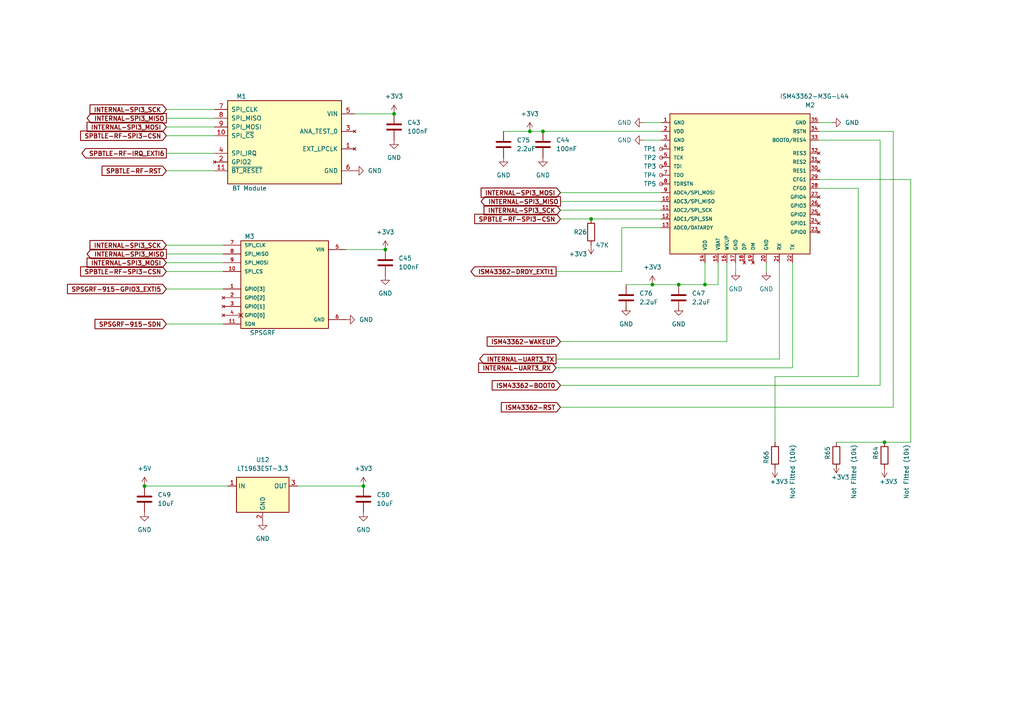
<source format=kicad_sch>
(kicad_sch (version 20211123) (generator eeschema)
  (paper "A4")
  (lib_symbols
    (symbol "+3V3_1" (power) (pin_names (offset 0))
      (property "Value" "+3V3_1" (at 0 5.08 0))
      (symbol "+3V3_1_0_1"
        (polyline (pts (xy -0.762 1.27) (xy 0 2.54)))
        (polyline (pts (xy 0 0) (xy 0 2.54)))
        (polyline (pts (xy 0 2.54) (xy 0.762 1.27)))
      )
      (symbol "+3V3_1_1_1"
        (pin power_in line (at 0 0 90) (length 0) hide (name "+3V3") (number "1"))
      )
    )
    (symbol "Connector:TestPoint_Small" (pin_numbers hide) (pin_names (offset 0.762) hide)
      (property "Reference" "TP" (at 0 3.81 0))
      (property "Value" "TestPoint_Small" (at 0 2.032 0))
      (symbol "TestPoint_Small_0_1"
        (circle (center 0 0) (radius 0.508))
      )
      (symbol "TestPoint_Small_1_1"
        (pin passive line (at 0 0 90) (length 0) (name "1") (number "1"))
      )
    )
    (symbol "Device:C" (pin_numbers hide) (pin_names (offset 0.254))
      (property "Reference" "C" (at 0.635 2.54 0))
      (property "Value" "C" (at 0.635 -2.54 0))
      (symbol "C_0_1"
        (polyline (pts (xy -2.032 -0.762) (xy 2.032 -0.762)) (stroke (width 0.508)))
        (polyline (pts (xy -2.032 0.762) (xy 2.032 0.762)) (stroke (width 0.508)))
      )
      (symbol "C_1_1"
        (pin passive line (at 0 3.81 270) (length 2.794) (name "~") (number "1"))
        (pin passive line (at 0 -3.81 90) (length 2.794) (name "~") (number "2"))
      )
    )
    (symbol "Device:R" (pin_numbers hide) (pin_names (offset 0))
      (property "Reference" "R" (at 2.032 0 90))
      (property "Value" "R" (at 0 0 90))
      (symbol "R_0_1"
        (rectangle (start -1.016 -2.54) (end 1.016 2.54) (stroke (width 0.254)))
      )
      (symbol "R_1_1"
        (pin passive line (at 0 3.81 270) (length 1.27) (name "~") (number "1"))
        (pin passive line (at 0 -3.81 90) (length 1.27) (name "~") (number "2"))
      )
    )
    (symbol "ISM43362-M3G-L44-E_C2.5.0.3_SPI:ISM43362-M3G-L44-E_C2.5.0.3_SPI" (pin_names (offset 1.016))
      (property "Reference" "M2" (at 20.32 27.94 0))
      (property "Value" "ISM43362-M3G-L44" (at 21.59 30.48 0))
      (symbol "ISM43362-M3G-L44-E_C2.5.0.3_SPI_0_0"
        (rectangle (start -20.32 25.4) (end 20.32 -15.24) (stroke (width 0.254)) (fill (type background)))
        (pin power_in line (at -22.86 22.86 0) (length 2.54) (name "GND") (number "1"))
        (pin output line (at -22.86 0 0) (length 2.54) (name "ADC3/SPI_MISO") (number "10"))
        (pin bidirectional line (at -22.86 -2.54 0) (length 2.54) (name "ADC2/SPI_SCK") (number "11"))
        (pin bidirectional line (at -22.86 -5.08 0) (length 2.54) (name "ADC1/SPI_SSN") (number "12"))
        (pin bidirectional line (at -22.86 -7.62 0) (length 2.54) (name "ADC0/DATARDY") (number "13"))
        (pin power_in line (at -10.16 -17.78 90) (length 2.54) (name "VDD") (number "14"))
        (pin power_in line (at -6.35 -17.78 90) (length 2.54) (name "VBAT") (number "15"))
        (pin input line (at -3.81 -17.78 90) (length 2.54) (name "WKUP") (number "16"))
        (pin power_in line (at -1.27 -17.78 90) (length 2.54) (name "GND") (number "17"))
        (pin no_connect line (at 1.27 -17.78 90) (length 2.54) (name "DP") (number "18"))
        (pin no_connect line (at 3.81 -17.78 90) (length 2.54) (name "DM") (number "19"))
        (pin power_in line (at -22.86 20.32 0) (length 2.54) (name "VDD") (number "2"))
        (pin power_in line (at 7.62 -17.78 90) (length 2.54) (name "GND") (number "20"))
        (pin bidirectional line (at 11.43 -17.78 90) (length 2.54) (name "RX") (number "21"))
        (pin bidirectional line (at 15.24 -17.78 90) (length 2.54) (name "TX") (number "22"))
        (pin no_connect line (at 22.86 -8.89 180) (length 2.54) (name "GPIO0") (number "23"))
        (pin no_connect line (at 22.86 -6.35 180) (length 2.54) (name "GPIO1") (number "24"))
        (pin no_connect line (at 22.86 -3.81 180) (length 2.54) (name "GPIO2") (number "25"))
        (pin no_connect line (at 22.86 -1.27 180) (length 2.54) (name "GPIO3") (number "26"))
        (pin no_connect line (at 22.86 1.27 180) (length 2.54) (name "GPIO4") (number "27"))
        (pin input line (at 22.86 3.81 180) (length 2.54) (name "CFG0") (number "28"))
        (pin input line (at 22.86 6.35 180) (length 2.54) (name "CFG1") (number "29"))
        (pin power_in line (at -22.86 17.78 0) (length 2.54) (name "GND") (number "3"))
        (pin no_connect line (at 22.86 8.89 180) (length 2.54) (name "RES1") (number "30"))
        (pin no_connect line (at 22.86 11.43 180) (length 2.54) (name "RES2") (number "31"))
        (pin no_connect line (at 22.86 13.97 180) (length 2.54) (name "RES3") (number "32"))
        (pin bidirectional line (at 22.86 17.78 180) (length 2.54) (name "BOOT0/RES4") (number "33"))
        (pin input line (at 22.86 20.32 180) (length 2.54) (name "RSTN") (number "34"))
        (pin power_in line (at 22.86 22.86 180) (length 2.54) (name "GND") (number "35"))
        (pin bidirectional line (at -22.86 15.24 0) (length 2.54) (name "TMS") (number "4"))
        (pin input line (at -22.86 12.7 0) (length 2.54) (name "TCK") (number "5"))
        (pin input line (at -22.86 10.16 0) (length 2.54) (name "TDI") (number "6"))
        (pin output line (at -22.86 7.62 0) (length 2.54) (name "TDO") (number "7"))
        (pin bidirectional line (at -22.86 5.08 0) (length 2.54) (name "TDRSTN") (number "8"))
        (pin bidirectional line (at -22.86 2.54 0) (length 2.54) (name "ADC4/SPI_MOSI") (number "9"))
      )
    )
    (symbol "RF_Bluetooth:SPBTLE-RF" (pin_names (offset 1.016))
      (property "Reference" "M1" (at -13.97 10.16 0))
      (property "Value" "BT Module" (at -15.24 -16.51 0))
      (symbol "SPBTLE-RF_0_1"
        (rectangle (start -16.51 8.89) (end 16.51 -15.24) (stroke (width 0.254)) (fill (type background)))
      )
      (symbol "SPBTLE-RF_1_1"
        (pin no_connect line (at 20.32 -5.08 180) (length 3.81) (name "EXT_LPCLK") (number "1"))
        (pin input line (at -20.32 -1.27 0) (length 3.81) (name "SPI_~{CS}") (number "10"))
        (pin input line (at -20.32 -11.43 0) (length 3.81) (name "~{BT_RESET}") (number "11"))
        (pin no_connect line (at -20.32 -8.89 0) (length 3.81) (name "GPIO2") (number "2"))
        (pin no_connect line (at 20.32 0 180) (length 3.81) (name "ANA_TEST_0") (number "3"))
        (pin output line (at -20.32 -6.35 0) (length 3.81) (name "SPI_IRQ") (number "4"))
        (pin power_in line (at 20.32 5.08 180) (length 3.81) (name "VIN") (number "5"))
        (pin power_in line (at 20.32 -11.43 180) (length 3.81) (name "GND") (number "6"))
        (pin input line (at -20.32 6.35 0) (length 3.81) (name "SPI_CLK") (number "7"))
        (pin output line (at -20.32 3.81 0) (length 3.81) (name "SPI_MISO") (number "8"))
        (pin input line (at -20.32 1.27 0) (length 3.81) (name "SPI_MOSI") (number "9"))
      )
    )
    (symbol "Regulator_Linear:LT1963AxST-3.3"
      (property "Reference" "U12" (at 0 10.16 0))
      (property "Value" "LT1963EST-3.3" (at 0 7.62 0))
      (symbol "LT1963AxST-3.3_0_1"
        (rectangle (start -7.62 5.08) (end 7.62 -5.08) (stroke (width 0.254)) (fill (type background)))
      )
      (symbol "LT1963AxST-3.3_1_1"
        (pin power_in line (at -10.16 2.54 0) (length 2.54) (name "IN") (number "1"))
        (pin power_in line (at 0 -7.62 90) (length 2.54) (name "GND") (number "2"))
        (pin passive line (at 10.16 2.54 180) (length 2.54) (name "OUT") (number "3"))
      )
    )
    (symbol "SPSGRF-868:SPSGRF-868" (pin_names (offset 1.016))
      (property "Reference" "M3" (at -10.16 13.97 0))
      (property "Value" "SPSGRF" (at -6.35 -13.97 0))
      (symbol "SPSGRF-868_0_0"
        (rectangle (start -12.7 -12.7) (end 12.7 12.7) (stroke (width 0.254)) (fill (type background)))
        (pin bidirectional line (at -17.78 -1.27 0) (length 5.08) (name "GPIO[3]") (number "1"))
        (pin input line (at -17.78 3.81 0) (length 5.08) (name "SPI_CS") (number "10"))
        (pin input line (at -17.78 -11.43 0) (length 5.08) (name "SDN") (number "11"))
        (pin no_connect line (at -17.78 -3.81 0) (length 5.08) (name "GPIO[2]") (number "2"))
        (pin no_connect line (at -17.78 -6.35 0) (length 5.08) (name "GPIO[1]") (number "3"))
        (pin no_connect non_logic (at -17.78 -8.89 0) (length 5.08) (name "GPIO[0]") (number "4"))
        (pin power_in line (at 17.78 10.16 180) (length 5.08) (name "VIN") (number "5"))
        (pin power_in line (at 17.78 -10.16 180) (length 5.08) (name "GND") (number "6"))
        (pin input line (at -17.78 11.43 0) (length 5.08) (name "SPI_CLK") (number "7"))
        (pin output line (at -17.78 8.89 0) (length 5.08) (name "SPI_MISO") (number "8"))
        (pin input line (at -17.78 6.35 0) (length 5.08) (name "SPI_MOSI") (number "9"))
      )
    )
    (symbol "power:+3V3" (power) (pin_names (offset 0))
      (property "Value" "+3V3" (at 0 3.556 0))
      (symbol "+3V3_0_1"
        (polyline (pts (xy -0.762 1.27) (xy 0 2.54)))
        (polyline (pts (xy 0 0) (xy 0 2.54)))
        (polyline (pts (xy 0 2.54) (xy 0.762 1.27)))
      )
      (symbol "+3V3_1_1"
        (pin power_in line (at 0 0 90) (length 0) hide (name "+3V3") (number "1"))
      )
    )
    (symbol "power:+5V" (power) (pin_names (offset 0))
      (property "Value" "+5V" (at 0 3.556 0))
      (symbol "+5V_0_1"
        (polyline (pts (xy -0.762 1.27) (xy 0 2.54)))
        (polyline (pts (xy 0 0) (xy 0 2.54)))
        (polyline (pts (xy 0 2.54) (xy 0.762 1.27)))
      )
      (symbol "+5V_1_1"
        (pin power_in line (at 0 0 90) (length 0) hide (name "+5V") (number "1"))
      )
    )
    (symbol "power:GND" (power) (pin_names (offset 0))
      (property "Value" "GND" (at 0 -3.81 0))
      (symbol "GND_0_1"
        (polyline (pts (xy 0 0) (xy 0 -1.27) (xy 1.27 -1.27) (xy 0 -2.54) (xy -1.27 -1.27) (xy 0 -1.27)))
      )
      (symbol "GND_1_1"
        (pin power_in line (at 0 0 270) (length 0) hide (name "GND") (number "1"))
      )
    )
  )
  (junction (at 153.67 38.1))
  (junction (at 111.76 72.39))
  (junction (at 114.3 33.02))
  (junction (at 105.41 140.97))
  (junction (at 256.54 128.27))
  (junction (at 171.45 63.5))
  (junction (at 196.85 82.55))
  (junction (at 204.47 82.55))
  (junction (at 189.23 82.55))
  (junction (at 157.48 38.1))
  (junction (at 41.91 140.97))
  (wire (pts (xy 222.25 78.74) (xy 222.25 76.2)))
  (wire (pts (xy 229.87 106.68) (xy 161.29 106.68)))
  (wire (pts (xy 196.85 82.55) (xy 204.47 82.55)))
  (wire (pts (xy 242.57 135.89) (xy 242.57 134.62)))
  (wire (pts (xy 255.27 111.76) (xy 162.56 111.76)))
  (wire (pts (xy 157.48 38.1) (xy 191.77 38.1)))
  (wire (pts (xy 146.05 38.1) (xy 153.67 38.1)))
  (wire (pts (xy 248.92 54.61) (xy 248.92 109.22)))
  (wire (pts (xy 256.54 128.27) (xy 264.16 128.27)))
  (wire (pts (xy 162.56 58.42) (xy 191.77 58.42)))
  (wire (pts (xy 196.85 88.9) (xy 196.85 90.17)))
  (wire (pts (xy 41.91 140.97) (xy 66.04 140.97)))
  (wire (pts (xy 237.49 52.07) (xy 264.16 52.07)))
  (wire (pts (xy 204.47 82.55) (xy 208.28 82.55)))
  (wire (pts (xy 237.49 40.64) (xy 255.27 40.64)))
  (wire (pts (xy 48.26 39.37) (xy 62.23 39.37)))
  (wire (pts (xy 102.87 33.02) (xy 114.3 33.02)))
  (wire (pts (xy 180.34 66.04) (xy 180.34 78.74)))
  (wire (pts (xy 224.79 109.22) (xy 224.79 128.27)))
  (wire (pts (xy 264.16 52.07) (xy 264.16 128.27)))
  (wire (pts (xy 162.56 99.06) (xy 210.82 99.06)))
  (wire (pts (xy 162.56 63.5) (xy 171.45 63.5)))
  (wire (pts (xy 161.29 78.74) (xy 180.34 78.74)))
  (wire (pts (xy 242.57 128.27) (xy 256.54 128.27)))
  (wire (pts (xy 259.08 38.1) (xy 259.08 118.11)))
  (wire (pts (xy 48.26 44.45) (xy 62.23 44.45)))
  (wire (pts (xy 48.26 71.12) (xy 64.77 71.12)))
  (wire (pts (xy 208.28 76.2) (xy 208.28 82.55)))
  (wire (pts (xy 48.26 83.82) (xy 64.77 83.82)))
  (wire (pts (xy 186.69 35.56) (xy 191.77 35.56)))
  (wire (pts (xy 153.67 38.1) (xy 157.48 38.1)))
  (wire (pts (xy 181.61 82.55) (xy 189.23 82.55)))
  (wire (pts (xy 161.29 104.14) (xy 226.06 104.14)))
  (wire (pts (xy 48.26 49.53) (xy 62.23 49.53)))
  (wire (pts (xy 237.49 38.1) (xy 259.08 38.1)))
  (wire (pts (xy 48.26 34.29) (xy 62.23 34.29)))
  (wire (pts (xy 48.26 73.66) (xy 64.77 73.66)))
  (wire (pts (xy 48.26 36.83) (xy 62.23 36.83)))
  (wire (pts (xy 213.36 78.74) (xy 213.36 76.2)))
  (wire (pts (xy 100.33 72.39) (xy 111.76 72.39)))
  (wire (pts (xy 48.26 31.75) (xy 62.23 31.75)))
  (wire (pts (xy 48.26 76.2) (xy 64.77 76.2)))
  (wire (pts (xy 189.23 82.55) (xy 196.85 82.55)))
  (wire (pts (xy 162.56 55.88) (xy 191.77 55.88)))
  (wire (pts (xy 204.47 76.2) (xy 204.47 82.55)))
  (wire (pts (xy 210.82 76.2) (xy 210.82 99.06)))
  (wire (pts (xy 48.26 78.74) (xy 64.77 78.74)))
  (wire (pts (xy 255.27 40.64) (xy 255.27 111.76)))
  (wire (pts (xy 162.56 118.11) (xy 259.08 118.11)))
  (wire (pts (xy 226.06 76.2) (xy 226.06 104.14)))
  (wire (pts (xy 181.61 88.9) (xy 181.61 90.17)))
  (wire (pts (xy 241.3 35.56) (xy 237.49 35.56)))
  (wire (pts (xy 86.36 140.97) (xy 105.41 140.97)))
  (wire (pts (xy 180.34 66.04) (xy 191.77 66.04)))
  (wire (pts (xy 237.49 54.61) (xy 248.92 54.61)))
  (wire (pts (xy 162.56 60.96) (xy 191.77 60.96)))
  (wire (pts (xy 248.92 109.22) (xy 224.79 109.22)))
  (wire (pts (xy 171.45 63.5) (xy 191.77 63.5)))
  (wire (pts (xy 48.26 93.98) (xy 64.77 93.98)))
  (wire (pts (xy 229.87 76.2) (xy 229.87 106.68)))
  (wire (pts (xy 186.69 40.64) (xy 191.77 40.64)))
  (global_label "ISM43362-WAKEUP" (shape input) (at 162.56 99.06 180) (effects (font (thickness 0.254) bold)) (property "Intersheet References" "${INTERSHEET_REFS}" (effects hide)))
  (global_label "INTERNAL-SPI3_SCK" (shape input) (at 48.26 71.12 180) (effects (font (thickness 0.254) bold)) (property "Intersheet References" "${INTERSHEET_REFS}" (effects hide)))
  (global_label "INTERNAL-SPI3_MISO" (shape output) (at 48.26 73.66 180) (effects (font bold)) (property "Intersheet References" "${INTERSHEET_REFS}" (effects hide)))
  (global_label "INTERNAL-SPI3_MOSI" (shape input) (at 162.56 55.88 180) (effects (font (thickness 0.254) bold)) (property "Intersheet References" "${INTERSHEET_REFS}" (effects hide)))
  (global_label "INTERNAL-SPI3_MOSI" (shape input) (at 48.26 36.83 180) (effects (font (thickness 0.254) bold)) (property "Intersheet References" "${INTERSHEET_REFS}" (effects hide)))
  (global_label "SPSGRF-915-SDN" (shape input) (at 48.26 93.98 180) (effects (font (thickness 0.254) bold)) (property "Intersheet References" "${INTERSHEET_REFS}" (effects hide)))
  (global_label "SPBTLE-RF-SPI3-CSN" (shape input) (at 162.56 63.5 180) (effects (font (thickness 0.254) bold)) (property "Intersheet References" "${INTERSHEET_REFS}" (effects hide)))
  (global_label "SPBTLE-RF-RST" (shape input) (at 48.26 49.53 180) (effects (font (thickness 0.254) bold)) (property "Intersheet References" "${INTERSHEET_REFS}" (effects hide)))
  (global_label "INTERNAL-SPI3_SCK" (shape input) (at 48.26 31.75 180) (effects (font (thickness 0.254) bold)) (property "Intersheet References" "${INTERSHEET_REFS}" (effects hide)))
  (global_label "SPBTLE-RF-SPI3-CSN" (shape input) (at 48.26 78.74 180) (effects (font (thickness 0.254) bold)) (property "Intersheet References" "${INTERSHEET_REFS}" (effects hide)))
  (global_label "ISM43362-RST" (shape input) (at 162.56 118.11 180) (effects (font (thickness 0.254) bold)) (property "Intersheet References" "${INTERSHEET_REFS}" (effects hide)))
  (global_label "INTERNAL-SPI3_MISO" (shape output) (at 48.26 34.29 180) (effects (font (thickness 0.254) bold)) (property "Intersheet References" "${INTERSHEET_REFS}" (effects hide)))
  (global_label "INTERNAL-SPI3_MISO" (shape output) (at 162.56 58.42 180) (effects (font (thickness 0.254) bold)) (property "Intersheet References" "${INTERSHEET_REFS}" (effects hide)))
  (global_label "INTERNAL-SPI3_MOSI" (shape input) (at 48.26 76.2 180) (effects (font (thickness 0.254) bold)) (property "Intersheet References" "${INTERSHEET_REFS}" (effects hide)))
  (global_label "INTERNAL-UART3_RX" (shape input) (at 161.29 106.68 180) (effects (font (thickness 0.254) bold)) (property "Intersheet References" "${INTERSHEET_REFS}" (effects hide)))
  (global_label "SPSGRF-915-GPIO3_EXTI5" (shape input) (at 48.26 83.82 180) (effects (font (thickness 0.254) bold)) (property "Intersheet References" "${INTERSHEET_REFS}" (effects hide)))
  (global_label "INTERNAL-SPI3_SCK" (shape input) (at 162.56 60.96 180) (effects (font (thickness 0.254) bold)) (property "Intersheet References" "${INTERSHEET_REFS}" (effects hide)))
  (global_label "ISM43362-BOOT0" (shape input) (at 162.56 111.76 180) (effects (font (thickness 0.254) bold)) (property "Intersheet References" "${INTERSHEET_REFS}" (effects hide)))
  (global_label "SPBTLE-RF-SPI3-CSN" (shape input) (at 48.26 39.37 180) (effects (font (thickness 0.254) bold)) (property "Intersheet References" "${INTERSHEET_REFS}" (effects hide)))
  (global_label "INTERNAL-UART3_TX" (shape output) (at 161.29 104.14 180) (effects (font (thickness 0.254) bold)) (property "Intersheet References" "${INTERSHEET_REFS}" (effects hide)))
  (global_label "ISM43362-DRDY_EXTI1" (shape output) (at 161.29 78.74 180) (effects (font (thickness 0.254) bold)) (property "Intersheet References" "${INTERSHEET_REFS}" (effects hide)))
  (global_label "SPBTLE-RF-IRQ_EXTI6" (shape output) (at 48.26 44.45 180) (effects (font (thickness 0.254) bold)) (property "Intersheet References" "${INTERSHEET_REFS}" (effects hide)))
  (symbol (lib_id "Connector:TestPoint_Small") (at 191.77 48.26 0) (unit 1)
    (property "Reference" "TP3" (at 186.69 48.26 0) (effects (justify left)))
    (property "Value" "TestPoint_Small" (effects hide))
    (property "Footprint" "TestPoint:TestPoint_2Pads_Pitch2.54mm_Drill0.8mm" (effects hide))
  )
  (symbol (lib_id "Device:C") (at 181.61 86.36 0) (unit 1)
    (property "Reference" "C76" (at 185.42 85.0899 0) (effects (justify left)))
    (property "Value" "2.2uF" (at 185.42 87.6299 0) (effects (justify left)))
    (property "Footprint" "Capacitor_SMD:C_0603_1608Metric" (effects hide))
    (property "Datasheet" "https://www.snapeda.com/parts/C0603C222K4RACTU/KEMET/datasheet/" (effects hide))
  )
  (symbol (lib_id "power:+3V3") (at 171.45 71.12 0) (mirror x) (unit 1)
    (property "Reference" "#PWR074" (effects hide))
    (property "Value" "+3V3" (at 167.64 73.66 0))
  )
  (symbol (lib_id "Connector:TestPoint_Small") (at 191.77 50.8 0) (unit 1)
    (property "Reference" "TP4" (at 186.69 50.8 0) (effects (justify left)))
    (property "Value" "TestPoint_Small" (effects hide))
    (property "Footprint" "TestPoint:TestPoint_2Pads_Pitch2.54mm_Drill0.8mm" (effects hide))
  )
  (symbol (lib_id "power:GND") (at 100.33 92.71 90) (unit 1)
    (property "Reference" "#PWR082" (effects hide))
    (property "Value" "GND" (at 104.14 92.7099 90) (effects (justify right)))
  )
  (symbol (lib_id "Device:R") (at 171.45 67.31 0) (unit 1)
    (property "Reference" "R26" (at 166.37 67.31 0) (effects (justify left)))
    (property "Value" "47K" (at 172.72 71.12 0) (effects (justify left)))
    (property "Footprint" "Resistor_SMD:R_0402_1005Metric" (effects hide))
    (property "Datasheet" "https://www.snapeda.com/parts/ERA-2HEC7321P/Panasonic/datasheet/" (effects hide))
  )
  (symbol (lib_id "power:+3V3") (at 105.41 140.97 0) (unit 1)
    (property "Reference" "#PWR087" (effects hide))
    (property "Value" "+3V3" (at 105.41 135.89 0))
  )
  (symbol (lib_id "Device:C") (at 41.91 144.78 0) (unit 1)
    (property "Reference" "C49" (at 45.72 143.5099 0) (effects (justify left)))
    (property "Value" "10uF" (at 45.72 146.0499 0) (effects (justify left)))
    (property "Footprint" "Capacitor_SMD:C_0603_1608Metric" (effects hide))
    (property "Datasheet" "https://www.snapeda.com/parts/C0603C222K4RACTU/KEMET/datasheet/" (effects hide))
  )
  (symbol (lib_id "Device:C") (at 111.76 76.2 0) (unit 1)
    (property "Reference" "C45" (at 115.57 74.9299 0) (effects (justify left)))
    (property "Value" "100nF" (at 115.57 77.4699 0) (effects (justify left)))
    (property "Footprint" "Capacitor_SMD:C_0402_1005Metric" (effects hide))
    (property "Datasheet" "https://s3.amazonaws.com/snapeda/datasheet/C0402C222J3JACTU_KEMET.pdf" (effects hide))
  )
  (symbol (lib_id "power:GND") (at 146.05 45.72 0) (unit 1)
    (property "Reference" "#PWR071" (effects hide))
    (property "Value" "GND" (at 146.05 50.8 0))
  )
  (symbol (lib_id "Device:C") (at 146.05 41.91 0) (unit 1)
    (property "Reference" "C75" (at 149.86 40.6399 0) (effects (justify left)))
    (property "Value" "2.2uF" (at 149.86 43.1799 0) (effects (justify left)))
    (property "Footprint" "Capacitor_SMD:C_0603_1608Metric" (effects hide))
    (property "Datasheet" "https://www.snapeda.com/parts/C0603C222K4RACTU/KEMET/datasheet/" (effects hide))
  )
  (symbol (lib_name "+3V3_1") (lib_id "power:+3V3") (at 189.23 82.55 0) (unit 1)
    (property "Reference" "#PWR079" (effects hide))
    (property "Value" "3V3_WIFI" (at 189.23 77.47 0))
  )
  (symbol (lib_id "power:GND") (at 102.87 49.53 90) (unit 1)
    (property "Reference" "#PWR073" (effects hide))
    (property "Value" "GND" (at 106.68 49.5299 90) (effects (justify right)))
  )
  (symbol (lib_id "power:GND") (at 222.25 78.74 0) (unit 1)
    (property "Reference" "#PWR077" (effects hide))
    (property "Value" "GND" (at 222.25 83.82 0))
  )
  (symbol (lib_name "+3V3_1") (lib_id "power:+3V3") (at 153.67 38.1 0) (unit 1)
    (property "Reference" "#PWR068" (effects hide))
    (property "Value" "3V3_WIFI" (at 153.67 33.02 0))
  )
  (symbol (lib_id "power:GND") (at 76.2 151.13 0) (unit 1)
    (property "Reference" "#PWR090" (effects hide))
    (property "Value" "GND" (at 76.2 156.21 0))
  )
  (symbol (lib_id "power:GND") (at 111.76 80.01 0) (unit 1)
    (property "Reference" "#PWR078" (effects hide))
    (property "Value" "GND" (at 111.76 85.09 0))
  )
  (symbol (lib_id "Device:C") (at 196.85 86.36 0) (unit 1)
    (property "Reference" "C47" (at 200.66 85.0899 0) (effects (justify left)))
    (property "Value" "2.2uF" (at 200.66 87.6299 0) (effects (justify left)))
    (property "Footprint" "Capacitor_SMD:C_0402_1005Metric" (effects hide))
    (property "Datasheet" "https://s3.amazonaws.com/snapeda/datasheet/C0402C222J3JACTU_KEMET.pdf" (effects hide))
  )
  (symbol (lib_name "+3V3_1") (lib_id "power:+3V3") (at 242.57 134.62 0) (mirror x) (unit 1)
    (property "Reference" "#PWR083" (effects hide))
    (property "Value" "3V3_WIFI" (at 246.38 138.43 0) (effects (justify right)))
  )
  (symbol (lib_id "power:GND") (at 157.48 45.72 0) (unit 1)
    (property "Reference" "#PWR072" (effects hide))
    (property "Value" "GND" (at 157.48 50.8 0))
  )
  (symbol (lib_id "RF_Bluetooth:SPBTLE-RF") (at 82.55 38.1 0) (unit 1)
    (property "Reference" "M1" (at 68.58 27.94 0) (effects (justify left)))
    (property "Value" "BT Module" (at 67.31 54.61 0) (effects (justify left)))
    (property "Footprint" "RF_Module:ST_SPBTLE" (effects hide))
    (property "Datasheet" "http://www.st.com/resource/en/datasheet/spbtle-rf.pdf" (effects hide))
  )
  (symbol (lib_id "ISM43362-M3G-L44-E_C2.5.0.3_SPI:ISM43362-M3G-L44-E_C2.5.0.3_SPI") (at 214.63 58.42 0) (unit 1)
    (property "Reference" "M2" (at 234.95 30.48 0))
    (property "Value" "ISM43362-M3G-L44" (at 236.22 27.94 0))
    (property "Footprint" "ISM43362-M3G-L44:INVENTEK_ISM43362-M3G-L44-E_C2.5.0.3_SPI" (effects hide))
    (property "Datasheet" "https://www.snapeda.com/parts/ISM43362-M3G-L44-E%20C2.5.0.3%20SPI/Inventek%20Systems/datasheet/" (effects hide))
    (property "MANUFACTURER" "INVENTEK SYSTEMS" (effects hide))
  )
  (symbol (lib_id "power:GND") (at 181.61 88.9 0) (unit 1)
    (property "Reference" "#PWR080" (effects hide))
    (property "Value" "GND" (at 181.61 93.98 0))
  )
  (symbol (lib_id "power:+3V3") (at 114.3 33.02 0) (unit 1)
    (property "Reference" "#PWR065" (effects hide))
    (property "Value" "+3V3" (at 114.3 27.94 0))
  )
  (symbol (lib_id "Regulator_Linear:LT1963AxST-3.3") (at 76.2 143.51 0) (unit 1)
    (property "Reference" "U12" (at 76.2 133.35 0))
    (property "Value" "LT1963EST-3.3" (at 76.2 135.89 0))
    (property "Footprint" "LT1963EST-3:SOT230P700X180-4N" (effects hide))
    (property "Datasheet" "https://www.snapeda.com/parts/LT1963EST-3.3/Analog%20Devices%20/%20Linear%20Technology/datasheet/" (effects hide))
  )
  (symbol (lib_id "power:+3V3") (at 111.76 72.39 0) (unit 1)
    (property "Reference" "#PWR075" (effects hide))
    (property "Value" "+3V3" (at 111.76 67.31 0))
  )
  (symbol (lib_name "+3V3_1") (lib_id "power:+3V3") (at 224.79 135.89 0) (mirror x) (unit 1)
    (property "Reference" "#PWR084" (effects hide))
    (property "Value" "3V3_WIFI" (at 228.6 139.7 0) (effects (justify right)))
  )
  (symbol (lib_id "Device:R") (at 242.57 132.08 0) (unit 1)
    (property "Reference" "R65" (at 240.03 133.35 90) (effects (justify left)))
    (property "Value" "Not Fitted (10k)" (at 247.65 144.78 90) (effects (justify left)))
    (property "Footprint" "Resistor_SMD:R_0402_1005Metric" (effects hide))
    (property "Datasheet" "https://www.snapeda.com/parts/ERA-2HEC7321P/Panasonic/datasheet/" (effects hide))
  )
  (symbol (lib_id "power:GND") (at 186.69 40.64 270) (unit 1)
    (property "Reference" "#PWR070" (effects hide))
    (property "Value" "GND" (at 179.07 40.64 90) (effects (justify left)))
  )
  (symbol (lib_id "power:GND") (at 114.3 40.64 0) (unit 1)
    (property "Reference" "#PWR069" (effects hide))
    (property "Value" "GND" (at 114.3 45.72 0))
  )
  (symbol (lib_id "Connector:TestPoint_Small") (at 191.77 43.18 0) (unit 1)
    (property "Reference" "TP1" (at 186.69 43.18 0) (effects (justify left)))
    (property "Value" "TestPoint_Small" (effects hide))
    (property "Footprint" "TestPoint:TestPoint_2Pads_Pitch2.54mm_Drill0.8mm" (effects hide))
  )
  (symbol (lib_id "Connector:TestPoint_Small") (at 191.77 45.72 0) (unit 1)
    (property "Reference" "TP2" (at 186.69 45.72 0) (effects (justify left)))
    (property "Value" "TestPoint_Small" (effects hide))
    (property "Footprint" "TestPoint:TestPoint_2Pads_Pitch2.54mm_Drill0.8mm" (effects hide))
  )
  (symbol (lib_id "Device:C") (at 105.41 144.78 0) (unit 1)
    (property "Reference" "C50" (at 109.22 143.5099 0) (effects (justify left)))
    (property "Value" "10uF" (at 109.22 146.0499 0) (effects (justify left)))
    (property "Footprint" "Capacitor_SMD:C_0603_1608Metric" (effects hide))
    (property "Datasheet" "https://www.snapeda.com/parts/C0603C222K4RACTU/KEMET/datasheet/" (effects hide))
  )
  (symbol (lib_id "power:GND") (at 196.85 88.9 0) (unit 1)
    (property "Reference" "#PWR081" (effects hide))
    (property "Value" "GND" (at 196.85 93.98 0))
  )
  (symbol (lib_id "SPSGRF-868:SPSGRF-868") (at 82.55 82.55 0) (unit 1)
    (property "Reference" "M3" (at 72.39 68.58 0))
    (property "Value" "SPSGRF" (at 76.2 96.52 0))
    (property "Footprint" "SPSGRF-868:XCVR_SPSGRF-868" (effects hide))
    (property "Datasheet" "https://s3.amazonaws.com/snapeda/datasheet/SPSGRF-868_STMicroelectronics.pdf" (effects hide))
    (property "MANUFACTURER" "ST Microelectronics" (effects hide))
  )
  (symbol (lib_id "power:GND") (at 241.3 35.56 90) (unit 1)
    (property "Reference" "#PWR067" (effects hide))
    (property "Value" "GND" (at 245.11 35.5599 90) (effects (justify right)))
  )
  (symbol (lib_id "power:GND") (at 41.91 148.59 0) (unit 1)
    (property "Reference" "#PWR088" (effects hide))
    (property "Value" "GND" (at 41.91 153.67 0))
  )
  (symbol (lib_id "Device:R") (at 224.79 132.08 0) (unit 1)
    (property "Reference" "R66" (at 222.25 134.62 90) (effects (justify left)))
    (property "Value" "Not Fitted (10k)" (at 229.87 144.78 90) (effects (justify left)))
    (property "Footprint" "Resistor_SMD:R_0402_1005Metric" (effects hide))
    (property "Datasheet" "https://www.snapeda.com/parts/ERA-2HEC7321P/Panasonic/datasheet/" (effects hide))
  )
  (symbol (lib_id "power:GND") (at 213.36 78.74 0) (unit 1)
    (property "Reference" "#PWR076" (effects hide))
    (property "Value" "GND" (at 213.36 83.82 0))
  )
  (symbol (lib_id "Device:C") (at 157.48 41.91 0) (unit 1)
    (property "Reference" "C44" (at 161.29 40.6399 0) (effects (justify left)))
    (property "Value" "100nF" (at 161.29 43.1799 0) (effects (justify left)))
    (property "Footprint" "Capacitor_SMD:C_0402_1005Metric" (effects hide))
    (property "Datasheet" "https://s3.amazonaws.com/snapeda/datasheet/C0402C222J3JACTU_KEMET.pdf" (effects hide))
  )
  (symbol (lib_id "power:+5V") (at 41.91 140.97 0) (unit 1)
    (property "Reference" "#PWR086" (effects hide))
    (property "Value" "+5V" (at 41.91 135.89 0))
  )
  (symbol (lib_id "Device:R") (at 256.54 132.08 0) (unit 1)
    (property "Reference" "R64" (at 254 133.35 90) (effects (justify left)))
    (property "Value" "Not Fitted (10k)" (at 262.89 144.78 90) (effects (justify left)))
    (property "Footprint" "Resistor_SMD:R_0402_1005Metric" (effects hide))
    (property "Datasheet" "https://www.snapeda.com/parts/ERA-2HEC7321P/Panasonic/datasheet/" (effects hide))
  )
  (symbol (lib_id "power:GND") (at 186.69 35.56 270) (unit 1)
    (property "Reference" "#PWR066" (effects hide))
    (property "Value" "GND" (at 179.07 35.56 90) (effects (justify left)))
  )
  (symbol (lib_id "Device:C") (at 114.3 36.83 0) (unit 1)
    (property "Reference" "C43" (at 118.11 35.5599 0) (effects (justify left)))
    (property "Value" "100nF" (at 118.11 38.0999 0) (effects (justify left)))
    (property "Footprint" "Capacitor_SMD:C_0402_1005Metric" (effects hide))
    (property "Datasheet" "https://s3.amazonaws.com/snapeda/datasheet/C0402C222J3JACTU_KEMET.pdf" (effects hide))
  )
  (symbol (lib_id "power:GND") (at 105.41 148.59 0) (unit 1)
    (property "Reference" "#PWR089" (effects hide))
    (property "Value" "GND" (at 105.41 153.67 0))
  )
  (symbol (lib_id "Connector:TestPoint_Small") (at 191.77 53.34 0) (unit 1)
    (property "Reference" "TP5" (at 186.69 53.34 0) (effects (justify left)))
    (property "Value" "TestPoint_Small" (effects hide))
    (property "Footprint" "TestPoint:TestPoint_2Pads_Pitch2.54mm_Drill0.8mm" (effects hide))
  )
  (symbol (lib_name "+3V3_1") (lib_id "power:+3V3") (at 256.54 135.89 0) (mirror x) (unit 1)
    (property "Reference" "#PWR085" (effects hide))
    (property "Value" "3V3_WIFI" (at 260.35 139.7 0) (effects (justify right)))
  )
)
</source>
